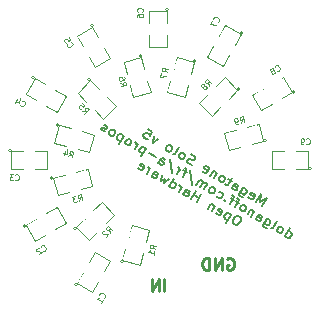
<source format=gbo>
%FSLAX46Y46*%
G04 Gerber Fmt 4.6, Leading zero omitted, Abs format (unit mm)*
G04 Created by KiCad (PCBNEW (2014-10-18 BZR 5203)-product) date 24/10/2014 14:08:12*
%MOMM*%
G01*
G04 APERTURE LIST*
%ADD10C,0.100000*%
%ADD11C,0.190500*%
%ADD12C,0.254000*%
%ADD13C,0.099060*%
%ADD14C,0.109220*%
%ADD15C,2.235200*%
%ADD16R,0.889000X1.397000*%
%ADD17R,1.397000X0.889000*%
%ADD18C,2.500000*%
G04 APERTURE END LIST*
D10*
D11*
X151039281Y-90258093D02*
X151420281Y-89598182D01*
X150891506Y-89921381D01*
X150907018Y-89301849D01*
X150526018Y-89961760D01*
X149884249Y-89549336D02*
X149939429Y-89623093D01*
X150086077Y-89707760D01*
X150177542Y-89718669D01*
X150250490Y-89676987D01*
X150395633Y-89425592D01*
X150395257Y-89341577D01*
X150340077Y-89267819D01*
X150193429Y-89183152D01*
X150101963Y-89172244D01*
X150029015Y-89213925D01*
X149992729Y-89276774D01*
X150323062Y-89551290D01*
X149423533Y-88738652D02*
X149115104Y-89272866D01*
X149115480Y-89356882D01*
X149133999Y-89409473D01*
X149189180Y-89483231D01*
X149299165Y-89546731D01*
X149390631Y-89557640D01*
X149187675Y-89147169D02*
X149242856Y-89220927D01*
X149389503Y-89305593D01*
X149480969Y-89316503D01*
X149535774Y-89306245D01*
X149608722Y-89264563D01*
X149717579Y-89076017D01*
X149717202Y-88992001D01*
X149698684Y-88939410D01*
X149643503Y-88865652D01*
X149496856Y-88780986D01*
X149405390Y-88770077D01*
X148472960Y-88776427D02*
X148672531Y-88430759D01*
X148745479Y-88389077D01*
X148836945Y-88399986D01*
X148983592Y-88484653D01*
X149038772Y-88558410D01*
X148491102Y-88745003D02*
X148546283Y-88818760D01*
X148729592Y-88924594D01*
X148821058Y-88935503D01*
X148894006Y-88893821D01*
X148930292Y-88830972D01*
X148929915Y-88746956D01*
X148874735Y-88673199D01*
X148691426Y-88567366D01*
X148636245Y-88493608D01*
X148470328Y-88188319D02*
X148177034Y-88018986D01*
X148487343Y-87904849D02*
X148160771Y-88470487D01*
X148087824Y-88512170D01*
X147996357Y-88501260D01*
X147923034Y-88458927D01*
X147556416Y-88247260D02*
X147647883Y-88258170D01*
X147702687Y-88247912D01*
X147775636Y-88206230D01*
X147884493Y-88017684D01*
X147884116Y-87933668D01*
X147865597Y-87881077D01*
X147810416Y-87807319D01*
X147700431Y-87743819D01*
X147608965Y-87732911D01*
X147554160Y-87743168D01*
X147481213Y-87784850D01*
X147372356Y-87973396D01*
X147372732Y-88057412D01*
X147391251Y-88110003D01*
X147446431Y-88183760D01*
X147556416Y-88247260D01*
X147223829Y-87468653D02*
X146969829Y-87908594D01*
X147187543Y-87531502D02*
X147169024Y-87478911D01*
X147113844Y-87405153D01*
X147003858Y-87341653D01*
X146912393Y-87330744D01*
X146839445Y-87372426D01*
X146639873Y-87718094D01*
X145998105Y-87305670D02*
X146053286Y-87379427D01*
X146199933Y-87464094D01*
X146291399Y-87475003D01*
X146364347Y-87433321D01*
X146509490Y-87181926D01*
X146509113Y-87097911D01*
X146453933Y-87024153D01*
X146307286Y-86939486D01*
X146215820Y-86928578D01*
X146142872Y-86970259D01*
X146106586Y-87033108D01*
X146436918Y-87307624D01*
X145081562Y-86776504D02*
X144953434Y-86744428D01*
X144770125Y-86638594D01*
X144714944Y-86564837D01*
X144696425Y-86512246D01*
X144696050Y-86428230D01*
X144732336Y-86365382D01*
X144805282Y-86323700D01*
X144860087Y-86313442D01*
X144951554Y-86324351D01*
X145116343Y-86377593D01*
X145207810Y-86388502D01*
X145262614Y-86378244D01*
X145335562Y-86336563D01*
X145371848Y-86273714D01*
X145371471Y-86189698D01*
X145352953Y-86137107D01*
X145297772Y-86063349D01*
X145114464Y-85957516D01*
X144986336Y-85925441D01*
X144183537Y-86299927D02*
X144275003Y-86310837D01*
X144329807Y-86300579D01*
X144402756Y-86258897D01*
X144511613Y-86070351D01*
X144511236Y-85986335D01*
X144492718Y-85933744D01*
X144437537Y-85859986D01*
X144327552Y-85796486D01*
X144236086Y-85785578D01*
X144181280Y-85795835D01*
X144108333Y-85837517D01*
X143999476Y-86026063D01*
X143999852Y-86110079D01*
X144018371Y-86162670D01*
X144073552Y-86236427D01*
X144183537Y-86299927D01*
X143486964Y-85897761D02*
X143578430Y-85908670D01*
X143651378Y-85866988D01*
X143977949Y-85301349D01*
X143083685Y-85664927D02*
X143175151Y-85675837D01*
X143229955Y-85665579D01*
X143302904Y-85623897D01*
X143411761Y-85435351D01*
X143411384Y-85351335D01*
X143392865Y-85298744D01*
X143337685Y-85224986D01*
X143227699Y-85161486D01*
X143136233Y-85150578D01*
X143081428Y-85160835D01*
X143008481Y-85202517D01*
X142899624Y-85391063D01*
X142900000Y-85475079D01*
X142918519Y-85527670D01*
X142973699Y-85601427D01*
X143083685Y-85664927D01*
X142237833Y-84589987D02*
X141800524Y-84924094D01*
X141871216Y-84378320D01*
X141338305Y-83777350D02*
X141704922Y-83989016D01*
X141560156Y-84324427D01*
X141541636Y-84271836D01*
X141486456Y-84198078D01*
X141303147Y-84092245D01*
X141211680Y-84081336D01*
X141156876Y-84091593D01*
X141083929Y-84133276D01*
X140993215Y-84290397D01*
X140993590Y-84374413D01*
X141012109Y-84427004D01*
X141067290Y-84500761D01*
X141250599Y-84606595D01*
X141342064Y-84617504D01*
X141396870Y-84607246D01*
X152995282Y-92839196D02*
X153376282Y-92179285D01*
X153013425Y-92807772D02*
X153068606Y-92881530D01*
X153215253Y-92966196D01*
X153306719Y-92977106D01*
X153361524Y-92966848D01*
X153434472Y-92925166D01*
X153543329Y-92736620D01*
X153542952Y-92652604D01*
X153524434Y-92600013D01*
X153469253Y-92526255D01*
X153322606Y-92441589D01*
X153231139Y-92430680D01*
X152518680Y-92564030D02*
X152610146Y-92574939D01*
X152664951Y-92564681D01*
X152737899Y-92522999D01*
X152846756Y-92334453D01*
X152846379Y-92250438D01*
X152827861Y-92197847D01*
X152772680Y-92124089D01*
X152662695Y-92060589D01*
X152571229Y-92049680D01*
X152516424Y-92059938D01*
X152443477Y-92101620D01*
X152334620Y-92290166D01*
X152334995Y-92374181D01*
X152353514Y-92426773D01*
X152408695Y-92500530D01*
X152518680Y-92564030D01*
X151822107Y-92161863D02*
X151913574Y-92172773D01*
X151986521Y-92131090D01*
X152313093Y-91565452D01*
X151452857Y-91362089D02*
X151144429Y-91896303D01*
X151144805Y-91980319D01*
X151163324Y-92032910D01*
X151218505Y-92106667D01*
X151328490Y-92170167D01*
X151419956Y-92181076D01*
X151217000Y-91770606D02*
X151272181Y-91844363D01*
X151418828Y-91929030D01*
X151510294Y-91939939D01*
X151565099Y-91929681D01*
X151638047Y-91887999D01*
X151746904Y-91699453D01*
X151746527Y-91615438D01*
X151728009Y-91562847D01*
X151672828Y-91489089D01*
X151526181Y-91404422D01*
X151434714Y-91393513D01*
X150502285Y-91399863D02*
X150701856Y-91054195D01*
X150774804Y-91012514D01*
X150866270Y-91023422D01*
X151012917Y-91108089D01*
X151068097Y-91181847D01*
X150520427Y-91368439D02*
X150575608Y-91442197D01*
X150758917Y-91548030D01*
X150850383Y-91558939D01*
X150923331Y-91517257D01*
X150959617Y-91454409D01*
X150959240Y-91370393D01*
X150904060Y-91296636D01*
X150720751Y-91190802D01*
X150665570Y-91117044D01*
X150389667Y-90748256D02*
X150135667Y-91188197D01*
X150353381Y-90811105D02*
X150334863Y-90758514D01*
X150279682Y-90684756D01*
X150169697Y-90621256D01*
X150078231Y-90610347D01*
X150005283Y-90652029D01*
X149805712Y-90997697D01*
X149329109Y-90722530D02*
X149420576Y-90733440D01*
X149475380Y-90723182D01*
X149548328Y-90681500D01*
X149657185Y-90492954D01*
X149656809Y-90408938D01*
X149638290Y-90356347D01*
X149583109Y-90282589D01*
X149473124Y-90219089D01*
X149381658Y-90208181D01*
X149326853Y-90218438D01*
X149253906Y-90260120D01*
X149145049Y-90448666D01*
X149145424Y-90532682D01*
X149163944Y-90585273D01*
X149219124Y-90659030D01*
X149329109Y-90722530D01*
X149106507Y-90007423D02*
X148813214Y-89838090D01*
X148742522Y-90383864D02*
X149069093Y-89818225D01*
X149068717Y-89734210D01*
X149013537Y-89660452D01*
X148940214Y-89618119D01*
X148666566Y-89753423D02*
X148373273Y-89584090D01*
X148302581Y-90129864D02*
X148629152Y-89564225D01*
X148628776Y-89480210D01*
X148573596Y-89406452D01*
X148500273Y-89364119D01*
X147898926Y-89813015D02*
X147844121Y-89823273D01*
X147862640Y-89875864D01*
X147917445Y-89865607D01*
X147898926Y-89813015D01*
X147862640Y-89875864D01*
X147184210Y-89442273D02*
X147239391Y-89516031D01*
X147386038Y-89600697D01*
X147477504Y-89611607D01*
X147532308Y-89601349D01*
X147605257Y-89559667D01*
X147714114Y-89371121D01*
X147713737Y-89287105D01*
X147695218Y-89234514D01*
X147640038Y-89160756D01*
X147493391Y-89076090D01*
X147401924Y-89065181D01*
X146726126Y-89219697D02*
X146817593Y-89230607D01*
X146872397Y-89220349D01*
X146945345Y-89178667D01*
X147054202Y-88990121D01*
X147053826Y-88906105D01*
X147035307Y-88853514D01*
X146980126Y-88779756D01*
X146870141Y-88716256D01*
X146778675Y-88705348D01*
X146723870Y-88715605D01*
X146650923Y-88757287D01*
X146542066Y-88945833D01*
X146542441Y-89029849D01*
X146560961Y-89082440D01*
X146616141Y-89156197D01*
X146726126Y-89219697D01*
X146139539Y-88881031D02*
X146393539Y-88441090D01*
X146357253Y-88503939D02*
X146338734Y-88451348D01*
X146283553Y-88377590D01*
X146173568Y-88314090D01*
X146082102Y-88303181D01*
X146009155Y-88344863D01*
X145809583Y-88690531D01*
X146009155Y-88344863D02*
X146008779Y-88260848D01*
X145953598Y-88187090D01*
X145843613Y-88123590D01*
X145752147Y-88112681D01*
X145679199Y-88154363D01*
X145479627Y-88500031D01*
X144962227Y-87279529D02*
X145132281Y-88508986D01*
X144670437Y-87446257D02*
X144377144Y-87276924D01*
X144306452Y-87822698D02*
X144633024Y-87257059D01*
X144632648Y-87173044D01*
X144577467Y-87099286D01*
X144504144Y-87056953D01*
X143866511Y-87568698D02*
X144120511Y-87128757D01*
X144047940Y-87254454D02*
X144047564Y-87170439D01*
X144029045Y-87117848D01*
X143973865Y-87044090D01*
X143900541Y-87001757D01*
X143239125Y-86284696D02*
X143409180Y-87514153D01*
X142253395Y-86637365D02*
X142452967Y-86291697D01*
X142525915Y-86250015D01*
X142617380Y-86260924D01*
X142764028Y-86345591D01*
X142819208Y-86419348D01*
X142271538Y-86605941D02*
X142326719Y-86679698D01*
X142510028Y-86785532D01*
X142601493Y-86796441D01*
X142674442Y-86754759D01*
X142710727Y-86691910D01*
X142710351Y-86607894D01*
X142655170Y-86534137D01*
X142471861Y-86428304D01*
X142416681Y-86354546D01*
X142031921Y-86174304D02*
X141445333Y-85835637D01*
X141187572Y-85435424D02*
X140806572Y-86095335D01*
X141169429Y-85466848D02*
X141114250Y-85393091D01*
X140967602Y-85308424D01*
X140876136Y-85297515D01*
X140821331Y-85307773D01*
X140748384Y-85349455D01*
X140639527Y-85538001D01*
X140639902Y-85622016D01*
X140658422Y-85674608D01*
X140713602Y-85748365D01*
X140860250Y-85833032D01*
X140951715Y-85843941D01*
X140237000Y-85473198D02*
X140491000Y-85033257D01*
X140418428Y-85158955D02*
X140418052Y-85074940D01*
X140399534Y-85022349D01*
X140344353Y-84948591D01*
X140271029Y-84906257D01*
X139650412Y-85134532D02*
X139741878Y-85145441D01*
X139796683Y-85135183D01*
X139869631Y-85093501D01*
X139978488Y-84904955D01*
X139978111Y-84820940D01*
X139959593Y-84768349D01*
X139904412Y-84694591D01*
X139794427Y-84631091D01*
X139702961Y-84620182D01*
X139648156Y-84630440D01*
X139575209Y-84672122D01*
X139466352Y-84860668D01*
X139466727Y-84944683D01*
X139485246Y-84997275D01*
X139540427Y-85071032D01*
X139650412Y-85134532D01*
X139317825Y-84355924D02*
X138936825Y-85015836D01*
X139299682Y-84387349D02*
X139244502Y-84313591D01*
X139097854Y-84228924D01*
X139006388Y-84218016D01*
X138951583Y-84228273D01*
X138878636Y-84269955D01*
X138769779Y-84458501D01*
X138770154Y-84542517D01*
X138788674Y-84595108D01*
X138843854Y-84668865D01*
X138990502Y-84753532D01*
X139081967Y-84764441D01*
X138257266Y-84330199D02*
X138348733Y-84341108D01*
X138403537Y-84330850D01*
X138476486Y-84289168D01*
X138585343Y-84100622D01*
X138584966Y-84016607D01*
X138566447Y-83964016D01*
X138511266Y-83890258D01*
X138401281Y-83826758D01*
X138309815Y-83815849D01*
X138255010Y-83826107D01*
X138182063Y-83867789D01*
X138073206Y-84056335D01*
X138073582Y-84140350D01*
X138092101Y-84192942D01*
X138147281Y-84266699D01*
X138257266Y-84330199D01*
X137725484Y-83981275D02*
X137634017Y-83970366D01*
X137487371Y-83885699D01*
X137432189Y-83811942D01*
X137431814Y-83727926D01*
X137449957Y-83696502D01*
X137522904Y-83654820D01*
X137614371Y-83665729D01*
X137724356Y-83729229D01*
X137815821Y-83740138D01*
X137888770Y-83698456D01*
X137906913Y-83667031D01*
X137906536Y-83583016D01*
X137851356Y-83509258D01*
X137741371Y-83445758D01*
X137649904Y-83434849D01*
X149173113Y-91204389D02*
X149026467Y-91119723D01*
X148935000Y-91108814D01*
X148825391Y-91129329D01*
X148716158Y-91233860D01*
X148589158Y-91453830D01*
X148553248Y-91600694D01*
X148590286Y-91705877D01*
X148645467Y-91779634D01*
X148792113Y-91864301D01*
X148883580Y-91875210D01*
X148993189Y-91854694D01*
X149102422Y-91750164D01*
X149229422Y-91530193D01*
X149265332Y-91383329D01*
X149228294Y-91278147D01*
X149173113Y-91204389D01*
X148386202Y-91043360D02*
X148005202Y-91703271D01*
X148368059Y-91074784D02*
X148312879Y-91001027D01*
X148166232Y-90916360D01*
X148074766Y-90905451D01*
X148019960Y-90915709D01*
X147947013Y-90957391D01*
X147838156Y-91145937D01*
X147838532Y-91229952D01*
X147857051Y-91282544D01*
X147912232Y-91356301D01*
X148058879Y-91440968D01*
X148150345Y-91451877D01*
X147160478Y-90880377D02*
X147215659Y-90954134D01*
X147362306Y-91038801D01*
X147453772Y-91049710D01*
X147526720Y-91008028D01*
X147671863Y-90756633D01*
X147671486Y-90672618D01*
X147616306Y-90598860D01*
X147469659Y-90514193D01*
X147378193Y-90503285D01*
X147305245Y-90544966D01*
X147268959Y-90607815D01*
X147599292Y-90882331D01*
X147029718Y-90260193D02*
X146775718Y-90700134D01*
X146993432Y-90323042D02*
X146974914Y-90270451D01*
X146919733Y-90196693D01*
X146809748Y-90133193D01*
X146718282Y-90122285D01*
X146645334Y-90163966D01*
X146445762Y-90509634D01*
X145492558Y-89959301D02*
X145873558Y-89299390D01*
X145692129Y-89613633D02*
X145252188Y-89359633D01*
X145052617Y-89705301D02*
X145433617Y-89045390D01*
X144356044Y-89303135D02*
X144555615Y-88957467D01*
X144628563Y-88915785D01*
X144720029Y-88926694D01*
X144866677Y-89011361D01*
X144921857Y-89085118D01*
X144374186Y-89271711D02*
X144429368Y-89345468D01*
X144612677Y-89451302D01*
X144704142Y-89462211D01*
X144777090Y-89420529D01*
X144813376Y-89357680D01*
X144813000Y-89273664D01*
X144757819Y-89199907D01*
X144574510Y-89094074D01*
X144519329Y-89020316D01*
X143989427Y-89091468D02*
X144243427Y-88651527D01*
X144170855Y-88777225D02*
X144170479Y-88693210D01*
X144151961Y-88640619D01*
X144096780Y-88566861D01*
X144023456Y-88524527D01*
X143182869Y-88625802D02*
X143563869Y-87965890D01*
X143201011Y-88594378D02*
X143256192Y-88668135D01*
X143402839Y-88752802D01*
X143494305Y-88763711D01*
X143549110Y-88753453D01*
X143622058Y-88711771D01*
X143730915Y-88523225D01*
X143730538Y-88439210D01*
X143712020Y-88386619D01*
X143656839Y-88312861D01*
X143510192Y-88228194D01*
X143418726Y-88217285D01*
X143143575Y-88016528D02*
X142742929Y-88371802D01*
X142777710Y-87972892D01*
X142449634Y-88202469D01*
X142556988Y-87677861D01*
X141679738Y-87757969D02*
X141879309Y-87412301D01*
X141952257Y-87370619D01*
X142043723Y-87381528D01*
X142190371Y-87466195D01*
X142245551Y-87539952D01*
X141697880Y-87726545D02*
X141753062Y-87800302D01*
X141936371Y-87906136D01*
X142027836Y-87917045D01*
X142100784Y-87875363D01*
X142137070Y-87812514D01*
X142136694Y-87728498D01*
X142081513Y-87654741D01*
X141898204Y-87548908D01*
X141843023Y-87475150D01*
X141313121Y-87546302D02*
X141567121Y-87106361D01*
X141494549Y-87232059D02*
X141494173Y-87148044D01*
X141475655Y-87095453D01*
X141420474Y-87021695D01*
X141347150Y-86979361D01*
X140561367Y-87070379D02*
X140616548Y-87144136D01*
X140763195Y-87228803D01*
X140854661Y-87239712D01*
X140927609Y-87198030D01*
X141072752Y-86946635D01*
X141072375Y-86862619D01*
X141017195Y-86788862D01*
X140870548Y-86704195D01*
X140779082Y-86693286D01*
X140706134Y-86734968D01*
X140669848Y-86797817D01*
X141000181Y-87072332D01*
D12*
X142772190Y-97487619D02*
X142772190Y-96471619D01*
X142288380Y-97487619D02*
X142288380Y-96471619D01*
X141707809Y-97487619D01*
X141707809Y-96471619D01*
X148094095Y-94742000D02*
X148190857Y-94693619D01*
X148336000Y-94693619D01*
X148481142Y-94742000D01*
X148577904Y-94838762D01*
X148626285Y-94935524D01*
X148674666Y-95129048D01*
X148674666Y-95274190D01*
X148626285Y-95467714D01*
X148577904Y-95564476D01*
X148481142Y-95661238D01*
X148336000Y-95709619D01*
X148239238Y-95709619D01*
X148094095Y-95661238D01*
X148045714Y-95612857D01*
X148045714Y-95274190D01*
X148239238Y-95274190D01*
X147610285Y-95709619D02*
X147610285Y-94693619D01*
X147029714Y-95709619D01*
X147029714Y-94693619D01*
X146545904Y-95709619D02*
X146545904Y-94693619D01*
X146303999Y-94693619D01*
X146158857Y-94742000D01*
X146062095Y-94838762D01*
X146013714Y-94935524D01*
X145965333Y-95129048D01*
X145965333Y-95274190D01*
X146013714Y-95467714D01*
X146062095Y-95564476D01*
X146158857Y-95661238D01*
X146303999Y-95709619D01*
X146545904Y-95709619D01*
D13*
X135420589Y-96933808D02*
G75*
G03X135420589Y-96933808I-127000J0D01*
G01*
X135865089Y-95943941D02*
X135357089Y-96823823D01*
X135357089Y-96823823D02*
X136676911Y-97585823D01*
X136676911Y-97585823D02*
X137184911Y-96705941D01*
X137692911Y-95826059D02*
X138200911Y-94946177D01*
X138200911Y-94946177D02*
X136881089Y-94184177D01*
X136881089Y-94184177D02*
X136373089Y-95064059D01*
X131031192Y-91986589D02*
G75*
G03X131031192Y-91986589I-127000J0D01*
G01*
X131894059Y-91415089D02*
X131014177Y-91923089D01*
X131014177Y-91923089D02*
X131776177Y-93242911D01*
X131776177Y-93242911D02*
X132656059Y-92734911D01*
X133535941Y-92226911D02*
X134415823Y-91718911D01*
X134415823Y-91718911D02*
X133653823Y-90399089D01*
X133653823Y-90399089D02*
X132773941Y-90907089D01*
X129794000Y-85598000D02*
G75*
G03X129794000Y-85598000I-127000J0D01*
G01*
X130810000Y-85598000D02*
X129794000Y-85598000D01*
X129794000Y-85598000D02*
X129794000Y-87122000D01*
X129794000Y-87122000D02*
X130810000Y-87122000D01*
X131826000Y-87122000D02*
X132842000Y-87122000D01*
X132842000Y-87122000D02*
X132842000Y-85598000D01*
X132842000Y-85598000D02*
X131826000Y-85598000D01*
X131793192Y-79413589D02*
G75*
G03X131793192Y-79413589I-127000J0D01*
G01*
X132656059Y-79985089D02*
X131776177Y-79477089D01*
X131776177Y-79477089D02*
X131014177Y-80796911D01*
X131014177Y-80796911D02*
X131894059Y-81304911D01*
X132773941Y-81812911D02*
X133653823Y-82320911D01*
X133653823Y-82320911D02*
X134415823Y-81001089D01*
X134415823Y-81001089D02*
X133535941Y-80493089D01*
X136740411Y-75024192D02*
G75*
G03X136740411Y-75024192I-127000J0D01*
G01*
X137184911Y-76014059D02*
X136676911Y-75134177D01*
X136676911Y-75134177D02*
X135357089Y-75896177D01*
X135357089Y-75896177D02*
X135865089Y-76776059D01*
X136373089Y-77655941D02*
X136881089Y-78535823D01*
X136881089Y-78535823D02*
X138200911Y-77773823D01*
X138200911Y-77773823D02*
X137692911Y-76893941D01*
X143129000Y-73660000D02*
G75*
G03X143129000Y-73660000I-127000J0D01*
G01*
X143002000Y-74803000D02*
X143002000Y-73787000D01*
X143002000Y-73787000D02*
X141478000Y-73787000D01*
X141478000Y-73787000D02*
X141478000Y-74803000D01*
X141478000Y-75819000D02*
X141478000Y-76835000D01*
X141478000Y-76835000D02*
X143002000Y-76835000D01*
X143002000Y-76835000D02*
X143002000Y-75819000D01*
X149440411Y-75659192D02*
G75*
G03X149440411Y-75659192I-127000J0D01*
G01*
X148741911Y-76649059D02*
X149249911Y-75769177D01*
X149249911Y-75769177D02*
X147930089Y-75007177D01*
X147930089Y-75007177D02*
X147422089Y-75887059D01*
X146914089Y-76766941D02*
X146406089Y-77646823D01*
X146406089Y-77646823D02*
X147725911Y-78408823D01*
X147725911Y-78408823D02*
X148233911Y-77528941D01*
X153829808Y-80606411D02*
G75*
G03X153829808Y-80606411I-127000J0D01*
G01*
X152712941Y-81177911D02*
X153592823Y-80669911D01*
X153592823Y-80669911D02*
X152830823Y-79350089D01*
X152830823Y-79350089D02*
X151950941Y-79858089D01*
X151071059Y-80366089D02*
X150191177Y-80874089D01*
X150191177Y-80874089D02*
X150953177Y-82193911D01*
X150953177Y-82193911D02*
X151833059Y-81685911D01*
X155194000Y-87122000D02*
G75*
G03X155194000Y-87122000I-127000J0D01*
G01*
X153924000Y-87122000D02*
X154940000Y-87122000D01*
X154940000Y-87122000D02*
X154940000Y-85598000D01*
X154940000Y-85598000D02*
X153924000Y-85598000D01*
X152908000Y-85598000D02*
X151892000Y-85598000D01*
X151892000Y-85598000D02*
X151892000Y-87122000D01*
X151892000Y-87122000D02*
X152908000Y-87122000D01*
X139298654Y-94996523D02*
G75*
G03X139298654Y-94996523I-127000J0D01*
G01*
X139467484Y-93892470D02*
X139204524Y-94873851D01*
X139204524Y-94873851D02*
X140676595Y-95268291D01*
X140676595Y-95268291D02*
X140939555Y-94286910D01*
X141202516Y-93305530D02*
X141465476Y-92324149D01*
X141465476Y-92324149D02*
X139993405Y-91929709D01*
X139993405Y-91929709D02*
X139730445Y-92911090D01*
X135326751Y-92195618D02*
G75*
G03X135326751Y-92195618I-127000J0D01*
G01*
X136007974Y-91387395D02*
X135289554Y-92105815D01*
X135289554Y-92105815D02*
X136367185Y-93183446D01*
X136367185Y-93183446D02*
X137085605Y-92465026D01*
X137804026Y-91746605D02*
X138522446Y-91028185D01*
X138522446Y-91028185D02*
X137444815Y-89950554D01*
X137444815Y-89950554D02*
X136726395Y-90668974D01*
X133336035Y-87956275D02*
G75*
G03X133336035Y-87956275I-126999J0D01*
G01*
X134313090Y-87660445D02*
X133331709Y-87923405D01*
X133331709Y-87923405D02*
X133726149Y-89395476D01*
X133726149Y-89395476D02*
X134707530Y-89132516D01*
X135688910Y-88869555D02*
X136670291Y-88606595D01*
X136670291Y-88606595D02*
X136275851Y-87134524D01*
X136275851Y-87134524D02*
X135294470Y-87397484D01*
X133857477Y-83418654D02*
G75*
G03X133857477Y-83418654I-127000J0D01*
G01*
X134834530Y-83714484D02*
X133853149Y-83451524D01*
X133853149Y-83451524D02*
X133458709Y-84923595D01*
X133458709Y-84923595D02*
X134440090Y-85186555D01*
X135421470Y-85449516D02*
X136402851Y-85712476D01*
X136402851Y-85712476D02*
X136797291Y-84240405D01*
X136797291Y-84240405D02*
X135815910Y-83977445D01*
X136531382Y-79573751D02*
G75*
G03X136531382Y-79573751I-127000J0D01*
G01*
X137212605Y-80381974D02*
X136494185Y-79663554D01*
X136494185Y-79663554D02*
X135416554Y-80741185D01*
X135416554Y-80741185D02*
X136134974Y-81459605D01*
X136853395Y-82178026D02*
X137571815Y-82896446D01*
X137571815Y-82896446D02*
X138649446Y-81818815D01*
X138649446Y-81818815D02*
X137931026Y-81100395D01*
X140897724Y-77583036D02*
G75*
G03X140897724Y-77583036I-126999J0D01*
G01*
X141066555Y-78687090D02*
X140803595Y-77705709D01*
X140803595Y-77705709D02*
X139331524Y-78100149D01*
X139331524Y-78100149D02*
X139594484Y-79081530D01*
X139857445Y-80062910D02*
X140120405Y-81044291D01*
X140120405Y-81044291D02*
X141592476Y-80649851D01*
X141592476Y-80649851D02*
X141329516Y-79668470D01*
X145435346Y-77977477D02*
G75*
G03X145435346Y-77977477I-127000J0D01*
G01*
X145012516Y-79081530D02*
X145275476Y-78100149D01*
X145275476Y-78100149D02*
X143803405Y-77705709D01*
X143803405Y-77705709D02*
X143540445Y-78687090D01*
X143277484Y-79668470D02*
X143014524Y-80649851D01*
X143014524Y-80649851D02*
X144486595Y-81044291D01*
X144486595Y-81044291D02*
X144749555Y-80062910D01*
X149153249Y-80397382D02*
G75*
G03X149153249Y-80397382I-127000J0D01*
G01*
X148218026Y-81205605D02*
X148936446Y-80487185D01*
X148936446Y-80487185D02*
X147858815Y-79409554D01*
X147858815Y-79409554D02*
X147140395Y-80127974D01*
X146421974Y-80846395D02*
X145703554Y-81564815D01*
X145703554Y-81564815D02*
X146781185Y-82642446D01*
X146781185Y-82642446D02*
X147499605Y-81924026D01*
X151397963Y-84763725D02*
G75*
G03X151397963Y-84763725I-126999J0D01*
G01*
X150166910Y-85059555D02*
X151148291Y-84796595D01*
X151148291Y-84796595D02*
X150753851Y-83324524D01*
X150753851Y-83324524D02*
X149772470Y-83587484D01*
X148791090Y-83850445D02*
X147809709Y-84113405D01*
X147809709Y-84113405D02*
X148204149Y-85585476D01*
X148204149Y-85585476D02*
X149185530Y-85322516D01*
D14*
X137610463Y-98061130D02*
X137643012Y-98052409D01*
X137699389Y-98002416D01*
X137723216Y-97961146D01*
X137738323Y-97887326D01*
X137720880Y-97822228D01*
X137691523Y-97777765D01*
X137620896Y-97709474D01*
X137558990Y-97673732D01*
X137464534Y-97646713D01*
X137411350Y-97643521D01*
X137346252Y-97660964D01*
X137289874Y-97710956D01*
X137266047Y-97752226D01*
X137250941Y-97826046D01*
X137259663Y-97858596D01*
X137413457Y-98497664D02*
X137556423Y-98250040D01*
X137484940Y-98373852D02*
X137051598Y-98123662D01*
X137137332Y-98118133D01*
X137202430Y-98100690D01*
X137246894Y-98071333D01*
X132495577Y-94093067D02*
X132528126Y-94101788D01*
X132601946Y-94086682D01*
X132643216Y-94062854D01*
X132693209Y-94006478D01*
X132710652Y-93941380D01*
X132707459Y-93888195D01*
X132680440Y-93793740D01*
X132644699Y-93731834D01*
X132576407Y-93661206D01*
X132531944Y-93631850D01*
X132466846Y-93614407D01*
X132393026Y-93629512D01*
X132351756Y-93653340D01*
X132301764Y-93709717D01*
X132293042Y-93742267D01*
X132127960Y-93837577D02*
X132095411Y-93828855D01*
X132042226Y-93832047D01*
X131939050Y-93891616D01*
X131909692Y-93936080D01*
X131900972Y-93968629D01*
X131904163Y-94021813D01*
X131927991Y-94063084D01*
X131984368Y-94113076D01*
X132374957Y-94217734D01*
X132106698Y-94372613D01*
X130131396Y-88062707D02*
X130155224Y-88086535D01*
X130226707Y-88110362D01*
X130274362Y-88110362D01*
X130345845Y-88086535D01*
X130393500Y-88038880D01*
X130417328Y-87991224D01*
X130441156Y-87895914D01*
X130441156Y-87824431D01*
X130417328Y-87729120D01*
X130393500Y-87681465D01*
X130345845Y-87633810D01*
X130274362Y-87609982D01*
X130226707Y-87609982D01*
X130155224Y-87633810D01*
X130131396Y-87657638D01*
X129964603Y-87609982D02*
X129654844Y-87609982D01*
X129821637Y-87800603D01*
X129750155Y-87800603D01*
X129702499Y-87824431D01*
X129678672Y-87848259D01*
X129654844Y-87895914D01*
X129654844Y-88015052D01*
X129678672Y-88062707D01*
X129702499Y-88086535D01*
X129750155Y-88110362D01*
X129893120Y-88110362D01*
X129940776Y-88086535D01*
X129964603Y-88062707D01*
X130538870Y-81730463D02*
X130547591Y-81763012D01*
X130597584Y-81819389D01*
X130638854Y-81843216D01*
X130712674Y-81858323D01*
X130777772Y-81840880D01*
X130822235Y-81811523D01*
X130890526Y-81740896D01*
X130926268Y-81678990D01*
X130953287Y-81584534D01*
X130956479Y-81531350D01*
X130939036Y-81466252D01*
X130889044Y-81409874D01*
X130847774Y-81386047D01*
X130773954Y-81370941D01*
X130741404Y-81379663D01*
X130310399Y-81268391D02*
X130143606Y-81557285D01*
X130508886Y-81162877D02*
X130433357Y-81531976D01*
X130165097Y-81377096D01*
X134506933Y-76615577D02*
X134498212Y-76648126D01*
X134513318Y-76721946D01*
X134537146Y-76763216D01*
X134593522Y-76813209D01*
X134658620Y-76830652D01*
X134711805Y-76827459D01*
X134806260Y-76800440D01*
X134868166Y-76764699D01*
X134938794Y-76696407D01*
X134968150Y-76651944D01*
X134985593Y-76586846D01*
X134970488Y-76513026D01*
X134946660Y-76471756D01*
X134890283Y-76421764D01*
X134857733Y-76413042D01*
X134672643Y-75997144D02*
X134791781Y-76203497D01*
X134597341Y-76343271D01*
X134606062Y-76310721D01*
X134602870Y-76257537D01*
X134543301Y-76154360D01*
X134498838Y-76125003D01*
X134466289Y-76116282D01*
X134413104Y-76119474D01*
X134309928Y-76179043D01*
X134280571Y-76223506D01*
X134271849Y-76256055D01*
X134275042Y-76309240D01*
X134334611Y-76412416D01*
X134379074Y-76441773D01*
X134411623Y-76450495D01*
X140894707Y-73830604D02*
X140918535Y-73806776D01*
X140942362Y-73735293D01*
X140942362Y-73687638D01*
X140918535Y-73616155D01*
X140870880Y-73568500D01*
X140823224Y-73544672D01*
X140727914Y-73520844D01*
X140656431Y-73520844D01*
X140561120Y-73544672D01*
X140513465Y-73568500D01*
X140465810Y-73616155D01*
X140441982Y-73687638D01*
X140441982Y-73735293D01*
X140465810Y-73806776D01*
X140489638Y-73830604D01*
X140441982Y-74259501D02*
X140441982Y-74164190D01*
X140465810Y-74116535D01*
X140489638Y-74092707D01*
X140561120Y-74045052D01*
X140656431Y-74021224D01*
X140847052Y-74021224D01*
X140894707Y-74045052D01*
X140918535Y-74068880D01*
X140942362Y-74116535D01*
X140942362Y-74211845D01*
X140918535Y-74259501D01*
X140894707Y-74283328D01*
X140847052Y-74307156D01*
X140727914Y-74307156D01*
X140680259Y-74283328D01*
X140656431Y-74259501D01*
X140632603Y-74211845D01*
X140632603Y-74116535D01*
X140656431Y-74068880D01*
X140680259Y-74045052D01*
X140727914Y-74021224D01*
X147262463Y-74693130D02*
X147295012Y-74684409D01*
X147351389Y-74634416D01*
X147375216Y-74593146D01*
X147390323Y-74519326D01*
X147372880Y-74454228D01*
X147343523Y-74409765D01*
X147272896Y-74341474D01*
X147210990Y-74305732D01*
X147116534Y-74278713D01*
X147063350Y-74275521D01*
X146998252Y-74292964D01*
X146941874Y-74342956D01*
X146918047Y-74384226D01*
X146902941Y-74458046D01*
X146911663Y-74490596D01*
X146786995Y-74611215D02*
X146620201Y-74900110D01*
X147160768Y-74964581D01*
X152307576Y-78853067D02*
X152340125Y-78861788D01*
X152413945Y-78846682D01*
X152455215Y-78822854D01*
X152505208Y-78766478D01*
X152522651Y-78701380D01*
X152519458Y-78648195D01*
X152492439Y-78553740D01*
X152456698Y-78491834D01*
X152388406Y-78421206D01*
X152343943Y-78391850D01*
X152278845Y-78374407D01*
X152205025Y-78389512D01*
X152163755Y-78413340D01*
X152113763Y-78469717D01*
X152105041Y-78502267D01*
X151940814Y-78789679D02*
X151970170Y-78745216D01*
X151978893Y-78712667D01*
X151975700Y-78659482D01*
X151963787Y-78638847D01*
X151919324Y-78609491D01*
X151886774Y-78600769D01*
X151833590Y-78603961D01*
X151751049Y-78651616D01*
X151721691Y-78696080D01*
X151712971Y-78728629D01*
X151716162Y-78781813D01*
X151728076Y-78802448D01*
X151772540Y-78831805D01*
X151805088Y-78840527D01*
X151858273Y-78837334D01*
X151940814Y-78789679D01*
X151993998Y-78786487D01*
X152026548Y-78795208D01*
X152071011Y-78824565D01*
X152118666Y-78907106D01*
X152121858Y-78960291D01*
X152113136Y-78992840D01*
X152083780Y-79037303D01*
X152001239Y-79084958D01*
X151948054Y-79088151D01*
X151915505Y-79079429D01*
X151871042Y-79050072D01*
X151823386Y-78967531D01*
X151820195Y-78914346D01*
X151828916Y-78881798D01*
X151858273Y-78837334D01*
X154769396Y-85014707D02*
X154793224Y-85038535D01*
X154864707Y-85062362D01*
X154912362Y-85062362D01*
X154983845Y-85038535D01*
X155031500Y-84990880D01*
X155055328Y-84943224D01*
X155079156Y-84847914D01*
X155079156Y-84776431D01*
X155055328Y-84681120D01*
X155031500Y-84633465D01*
X154983845Y-84585810D01*
X154912362Y-84561982D01*
X154864707Y-84561982D01*
X154793224Y-84585810D01*
X154769396Y-84609638D01*
X154531120Y-85062362D02*
X154435810Y-85062362D01*
X154388155Y-85038535D01*
X154364327Y-85014707D01*
X154316672Y-84943224D01*
X154292844Y-84847914D01*
X154292844Y-84657293D01*
X154316672Y-84609638D01*
X154340499Y-84585810D01*
X154388155Y-84561982D01*
X154483465Y-84561982D01*
X154531120Y-84585810D01*
X154554948Y-84609638D01*
X154578776Y-84657293D01*
X154578776Y-84776431D01*
X154554948Y-84824086D01*
X154531120Y-84847914D01*
X154483465Y-84871741D01*
X154388155Y-84871741D01*
X154340499Y-84847914D01*
X154316672Y-84824086D01*
X154292844Y-84776431D01*
X141972232Y-93958032D02*
X141785245Y-93735251D01*
X142046237Y-93681843D02*
X141562907Y-93552335D01*
X141513571Y-93736461D01*
X141524253Y-93788660D01*
X141541102Y-93817843D01*
X141580966Y-93853193D01*
X141650013Y-93871694D01*
X141702211Y-93861012D01*
X141731395Y-93844163D01*
X141766744Y-93804299D01*
X141816080Y-93620173D01*
X141848892Y-94418346D02*
X141922896Y-94142157D01*
X141885894Y-94280252D02*
X141402564Y-94150744D01*
X141483945Y-94123214D01*
X141542311Y-94089517D01*
X141577661Y-94049652D01*
X138141032Y-92557091D02*
X138090487Y-92270663D01*
X138343216Y-92354907D02*
X137989394Y-92001085D01*
X137854605Y-92135874D01*
X137837757Y-92186420D01*
X137837757Y-92220118D01*
X137854605Y-92270664D01*
X137905151Y-92321210D01*
X137955697Y-92338059D01*
X137989395Y-92338059D01*
X138039940Y-92321210D01*
X138174730Y-92186420D01*
X137686119Y-92371756D02*
X137652421Y-92371756D01*
X137601875Y-92388604D01*
X137517632Y-92472847D01*
X137500783Y-92523394D01*
X137500784Y-92557091D01*
X137517632Y-92607637D01*
X137551329Y-92641335D01*
X137618724Y-92675032D01*
X138023092Y-92675032D01*
X137804059Y-92894064D01*
X135521141Y-89859063D02*
X135620581Y-89585737D01*
X135797330Y-89785059D02*
X135667822Y-89301729D01*
X135483697Y-89351065D01*
X135443833Y-89386415D01*
X135426984Y-89415598D01*
X135416302Y-89467797D01*
X135434803Y-89536844D01*
X135470153Y-89576708D01*
X135499336Y-89593557D01*
X135551534Y-89604238D01*
X135735660Y-89554902D01*
X135230524Y-89418903D02*
X134931319Y-89499074D01*
X135141765Y-89640031D01*
X135072719Y-89658532D01*
X135032854Y-89693882D01*
X135016006Y-89723065D01*
X135005324Y-89775263D01*
X135036159Y-89890342D01*
X135071509Y-89930206D01*
X135100692Y-89947055D01*
X135152891Y-89957736D01*
X135290984Y-89920734D01*
X135330849Y-89885384D01*
X135347697Y-89856201D01*
X134641968Y-86092233D02*
X134864749Y-85905246D01*
X134918157Y-86166238D02*
X135047665Y-85682908D01*
X134863539Y-85633572D01*
X134811340Y-85644254D01*
X134782157Y-85661103D01*
X134746807Y-85700967D01*
X134728306Y-85770014D01*
X134738988Y-85822212D01*
X134755837Y-85851396D01*
X134795701Y-85886745D01*
X134979827Y-85936081D01*
X134314023Y-85659007D02*
X134227685Y-85981227D01*
X134478438Y-85505717D02*
X134501012Y-85881788D01*
X134201807Y-85801616D01*
X135788908Y-82261031D02*
X136075336Y-82210486D01*
X135991092Y-82463215D02*
X136344914Y-82109393D01*
X136210125Y-81974604D01*
X136159579Y-81957756D01*
X136125881Y-81957756D01*
X136075335Y-81974604D01*
X136024789Y-82025150D01*
X136007940Y-82075696D01*
X136007940Y-82109394D01*
X136024789Y-82159939D01*
X136159579Y-82294729D01*
X135822606Y-81587085D02*
X135991092Y-81755571D01*
X135839454Y-81940907D01*
X135839454Y-81907210D01*
X135822606Y-81856663D01*
X135738362Y-81772420D01*
X135687816Y-81755571D01*
X135654118Y-81755572D01*
X135603572Y-81772420D01*
X135519329Y-81856663D01*
X135502481Y-81907210D01*
X135502480Y-81940907D01*
X135519330Y-81991453D01*
X135603573Y-82075696D01*
X135654118Y-82092545D01*
X135687816Y-82092545D01*
X138994936Y-79895141D02*
X139268262Y-79994581D01*
X139068940Y-80171330D02*
X139552270Y-80041822D01*
X139502934Y-79857697D01*
X139467584Y-79817833D01*
X139438401Y-79800984D01*
X139386202Y-79790302D01*
X139317155Y-79808803D01*
X139277291Y-79844153D01*
X139260442Y-79873336D01*
X139249761Y-79925534D01*
X139299097Y-80109660D01*
X139367259Y-79351351D02*
X139391927Y-79443414D01*
X139381245Y-79495612D01*
X139364396Y-79524795D01*
X139307684Y-79589328D01*
X139221788Y-79637012D01*
X139037662Y-79686348D01*
X138985464Y-79675666D01*
X138956280Y-79658817D01*
X138920931Y-79618953D01*
X138896263Y-79526891D01*
X138906944Y-79474692D01*
X138923793Y-79445509D01*
X138963657Y-79410159D01*
X139078736Y-79379324D01*
X139130934Y-79390006D01*
X139160117Y-79406854D01*
X139195467Y-79446719D01*
X139220135Y-79538781D01*
X139209453Y-79590980D01*
X139192604Y-79620163D01*
X139152740Y-79655513D01*
X142988234Y-78972032D02*
X142801247Y-78749251D01*
X143062239Y-78695843D02*
X142578909Y-78566335D01*
X142529573Y-78750461D01*
X142540255Y-78802660D01*
X142557104Y-78831843D01*
X142596968Y-78867193D01*
X142666015Y-78885694D01*
X142718213Y-78875012D01*
X142747397Y-78858163D01*
X142782746Y-78818299D01*
X142832082Y-78634173D01*
X142461735Y-79003634D02*
X142375397Y-79325855D01*
X142914230Y-79248221D01*
X146523032Y-80111092D02*
X146472487Y-79824664D01*
X146725216Y-79908908D02*
X146371394Y-79555086D01*
X146236605Y-79689875D01*
X146219757Y-79740421D01*
X146219757Y-79774119D01*
X146236605Y-79824665D01*
X146287151Y-79875211D01*
X146337697Y-79892060D01*
X146371395Y-79892060D01*
X146421940Y-79875211D01*
X146556730Y-79740421D01*
X146118664Y-80111092D02*
X146135513Y-80060546D01*
X146135513Y-80026849D01*
X146118664Y-79976302D01*
X146101816Y-79959454D01*
X146051270Y-79942606D01*
X146017572Y-79942606D01*
X145967026Y-79959454D01*
X145899632Y-80026848D01*
X145882783Y-80077395D01*
X145882784Y-80111092D01*
X145899632Y-80161638D01*
X145916480Y-80178487D01*
X145967027Y-80195336D01*
X146000723Y-80195336D01*
X146051270Y-80178487D01*
X146118664Y-80111092D01*
X146169211Y-80094244D01*
X146202908Y-80094243D01*
X146253454Y-80111092D01*
X146320849Y-80178487D01*
X146337697Y-80229033D01*
X146337697Y-80262731D01*
X146320848Y-80313276D01*
X146253454Y-80380670D01*
X146202908Y-80397520D01*
X146169211Y-80397519D01*
X146118664Y-80380671D01*
X146051269Y-80313276D01*
X146034421Y-80262730D01*
X146034421Y-80229033D01*
X146051270Y-80178487D01*
X149237141Y-83255065D02*
X149336581Y-82981739D01*
X149513330Y-83181061D02*
X149383822Y-82697731D01*
X149199697Y-82747067D01*
X149159833Y-82782417D01*
X149142984Y-82811600D01*
X149132302Y-82863799D01*
X149150803Y-82932846D01*
X149186153Y-82972710D01*
X149215336Y-82989559D01*
X149267534Y-83000240D01*
X149451660Y-82950904D01*
X149006984Y-83316736D02*
X148914922Y-83341404D01*
X148862724Y-83330723D01*
X148833541Y-83313874D01*
X148769008Y-83257161D01*
X148721324Y-83171265D01*
X148671988Y-82987140D01*
X148682670Y-82934941D01*
X148699518Y-82905758D01*
X148739383Y-82870408D01*
X148831445Y-82845740D01*
X148883643Y-82856422D01*
X148912827Y-82873271D01*
X148948177Y-82913135D01*
X148979012Y-83028213D01*
X148968330Y-83080412D01*
X148951481Y-83109595D01*
X148911617Y-83144944D01*
X148819554Y-83169612D01*
X148767355Y-83158931D01*
X148738173Y-83142082D01*
X148702823Y-83102218D01*
%LPC*%
D15*
X142240000Y-99060000D03*
X148590000Y-97282000D03*
D10*
G36*
X136685419Y-97444087D02*
X135475581Y-96745587D01*
X135920081Y-95975691D01*
X137129919Y-96674191D01*
X136685419Y-97444087D01*
X136685419Y-97444087D01*
G37*
G36*
X137637919Y-95794309D02*
X136428081Y-95095809D01*
X136872581Y-94325913D01*
X138082419Y-95024413D01*
X137637919Y-95794309D01*
X137637919Y-95794309D01*
G37*
G36*
X131854413Y-93124419D02*
X131155913Y-91914581D01*
X131925809Y-91470081D01*
X132624309Y-92679919D01*
X131854413Y-93124419D01*
X131854413Y-93124419D01*
G37*
G36*
X133504191Y-92171919D02*
X132805691Y-90962081D01*
X133575587Y-90517581D01*
X134274087Y-91727419D01*
X133504191Y-92171919D01*
X133504191Y-92171919D01*
G37*
D16*
X130365500Y-86360000D03*
X132270500Y-86360000D03*
D10*
G36*
X131155913Y-80805419D02*
X131854413Y-79595581D01*
X132624309Y-80040081D01*
X131925809Y-81249919D01*
X131155913Y-80805419D01*
X131155913Y-80805419D01*
G37*
G36*
X132805691Y-81757919D02*
X133504191Y-80548081D01*
X134274087Y-80992581D01*
X133575587Y-82202419D01*
X132805691Y-81757919D01*
X132805691Y-81757919D01*
G37*
G36*
X135475581Y-75974413D02*
X136685419Y-75275913D01*
X137129919Y-76045809D01*
X135920081Y-76744309D01*
X135475581Y-75974413D01*
X135475581Y-75974413D01*
G37*
G36*
X136428081Y-77624191D02*
X137637919Y-76925691D01*
X138082419Y-77695587D01*
X136872581Y-78394087D01*
X136428081Y-77624191D01*
X136428081Y-77624191D01*
G37*
D17*
X142240000Y-74358500D03*
X142240000Y-76263500D03*
D10*
G36*
X147921581Y-75148913D02*
X149131419Y-75847413D01*
X148686919Y-76617309D01*
X147477081Y-75918809D01*
X147921581Y-75148913D01*
X147921581Y-75148913D01*
G37*
G36*
X146969081Y-76798691D02*
X148178919Y-77497191D01*
X147734419Y-78267087D01*
X146524581Y-77568587D01*
X146969081Y-76798691D01*
X146969081Y-76798691D01*
G37*
G36*
X152752587Y-79468581D02*
X153451087Y-80678419D01*
X152681191Y-81122919D01*
X151982691Y-79913081D01*
X152752587Y-79468581D01*
X152752587Y-79468581D01*
G37*
G36*
X151102809Y-80421081D02*
X151801309Y-81630919D01*
X151031413Y-82075419D01*
X150332913Y-80865581D01*
X151102809Y-80421081D01*
X151102809Y-80421081D01*
G37*
D16*
X154368500Y-86360000D03*
X152463500Y-86360000D03*
D10*
G36*
X140648129Y-95129183D02*
X139298731Y-94767613D01*
X139528821Y-93908905D01*
X140878219Y-94270475D01*
X140648129Y-95129183D01*
X140648129Y-95129183D01*
G37*
G36*
X141141179Y-93289095D02*
X139791781Y-92927525D01*
X140021871Y-92068817D01*
X141371269Y-92430387D01*
X141141179Y-93289095D01*
X141141179Y-93289095D01*
G37*
G36*
X136412086Y-93048742D02*
X135424258Y-92060914D01*
X136052876Y-91432296D01*
X137040704Y-92420124D01*
X136412086Y-93048742D01*
X136412086Y-93048742D01*
G37*
G36*
X137759124Y-91701704D02*
X136771296Y-90713876D01*
X137399914Y-90085258D01*
X138387742Y-91073086D01*
X137759124Y-91701704D01*
X137759124Y-91701704D01*
G37*
G36*
X133832387Y-89301269D02*
X133470817Y-87951871D01*
X134329525Y-87721781D01*
X134691095Y-89071179D01*
X133832387Y-89301269D01*
X133832387Y-89301269D01*
G37*
G36*
X135672475Y-88808219D02*
X135310905Y-87458821D01*
X136169613Y-87228731D01*
X136531183Y-88578129D01*
X135672475Y-88808219D01*
X135672475Y-88808219D01*
G37*
G36*
X133597817Y-84895129D02*
X133959387Y-83545731D01*
X134818095Y-83775821D01*
X134456525Y-85125219D01*
X133597817Y-84895129D01*
X133597817Y-84895129D01*
G37*
G36*
X135437905Y-85388179D02*
X135799475Y-84038781D01*
X136658183Y-84268871D01*
X136296613Y-85618269D01*
X135437905Y-85388179D01*
X135437905Y-85388179D01*
G37*
G36*
X135551258Y-80786086D02*
X136539086Y-79798258D01*
X137167704Y-80426876D01*
X136179876Y-81414704D01*
X135551258Y-80786086D01*
X135551258Y-80786086D01*
G37*
G36*
X136898296Y-82133124D02*
X137886124Y-81145296D01*
X138514742Y-81773914D01*
X137526914Y-82761742D01*
X136898296Y-82133124D01*
X136898296Y-82133124D01*
G37*
G36*
X139425731Y-78206387D02*
X140775129Y-77844817D01*
X141005219Y-78703525D01*
X139655821Y-79065095D01*
X139425731Y-78206387D01*
X139425731Y-78206387D01*
G37*
G36*
X139918781Y-80046475D02*
X141268179Y-79684905D01*
X141498269Y-80543613D01*
X140148871Y-80905183D01*
X139918781Y-80046475D01*
X139918781Y-80046475D01*
G37*
G36*
X143831871Y-77844817D02*
X145181269Y-78206387D01*
X144951179Y-79065095D01*
X143601781Y-78703525D01*
X143831871Y-77844817D01*
X143831871Y-77844817D01*
G37*
G36*
X143338821Y-79684905D02*
X144688219Y-80046475D01*
X144458129Y-80905183D01*
X143108731Y-80543613D01*
X143338821Y-79684905D01*
X143338821Y-79684905D01*
G37*
G36*
X147813914Y-79544258D02*
X148801742Y-80532086D01*
X148173124Y-81160704D01*
X147185296Y-80172876D01*
X147813914Y-79544258D01*
X147813914Y-79544258D01*
G37*
G36*
X146466876Y-80891296D02*
X147454704Y-81879124D01*
X146826086Y-82507742D01*
X145838258Y-81519914D01*
X146466876Y-80891296D01*
X146466876Y-80891296D01*
G37*
G36*
X150647613Y-83418731D02*
X151009183Y-84768129D01*
X150150475Y-84998219D01*
X149788905Y-83648821D01*
X150647613Y-83418731D01*
X150647613Y-83418731D01*
G37*
G36*
X148807525Y-83911781D02*
X149169095Y-85261179D01*
X148310387Y-85491269D01*
X147948817Y-84141871D01*
X148807525Y-83911781D01*
X148807525Y-83911781D01*
G37*
D18*
X145112891Y-97081776D03*
X139367109Y-97081776D03*
X134391115Y-94208885D03*
X131518224Y-89232891D03*
X131518224Y-83487109D03*
X134391115Y-78511115D03*
X139367109Y-75638224D03*
X145112891Y-75638224D03*
X150088885Y-78511115D03*
X152961776Y-83487109D03*
X152961776Y-89232891D03*
X150088885Y-94208885D03*
X139530000Y-89060000D03*
M02*

</source>
